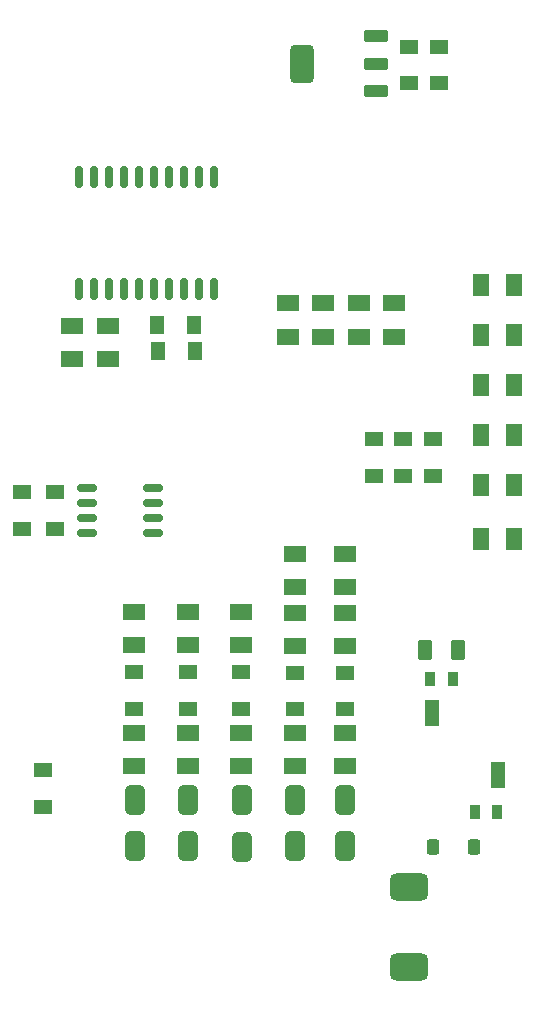
<source format=gbp>
G04*
G04 #@! TF.GenerationSoftware,Altium Limited,Altium Designer,23.0.1 (38)*
G04*
G04 Layer_Color=128*
%FSLAX44Y44*%
%MOMM*%
G71*
G04*
G04 #@! TF.SameCoordinates,056E7371-CA95-4066-80D9-C2616C4CE960*
G04*
G04*
G04 #@! TF.FilePolarity,Positive*
G04*
G01*
G75*
%ADD19R,1.9500X1.4000*%
%ADD20R,1.6000X1.2000*%
%ADD21R,1.2000X1.6000*%
%ADD22R,1.4000X1.9500*%
G04:AMPARAMS|DCode=26|XSize=1.7mm|YSize=2.5mm|CornerRadius=0.425mm|HoleSize=0mm|Usage=FLASHONLY|Rotation=0.000|XOffset=0mm|YOffset=0mm|HoleType=Round|Shape=RoundedRectangle|*
%AMROUNDEDRECTD26*
21,1,1.7000,1.6500,0,0,0.0*
21,1,0.8500,2.5000,0,0,0.0*
1,1,0.8500,0.4250,-0.8250*
1,1,0.8500,-0.4250,-0.8250*
1,1,0.8500,-0.4250,0.8250*
1,1,0.8500,0.4250,0.8250*
%
%ADD26ROUNDEDRECTD26*%
G04:AMPARAMS|DCode=61|XSize=3.3mm|YSize=2.3mm|CornerRadius=0.575mm|HoleSize=0mm|Usage=FLASHONLY|Rotation=0.000|XOffset=0mm|YOffset=0mm|HoleType=Round|Shape=RoundedRectangle|*
%AMROUNDEDRECTD61*
21,1,3.3000,1.1500,0,0,0.0*
21,1,2.1500,2.3000,0,0,0.0*
1,1,1.1500,1.0750,-0.5750*
1,1,1.1500,-1.0750,-0.5750*
1,1,1.1500,-1.0750,0.5750*
1,1,1.1500,1.0750,0.5750*
%
%ADD61ROUNDEDRECTD61*%
G04:AMPARAMS|DCode=62|XSize=0.6mm|YSize=1.9mm|CornerRadius=0.15mm|HoleSize=0mm|Usage=FLASHONLY|Rotation=180.000|XOffset=0mm|YOffset=0mm|HoleType=Round|Shape=RoundedRectangle|*
%AMROUNDEDRECTD62*
21,1,0.6000,1.6000,0,0,180.0*
21,1,0.3000,1.9000,0,0,180.0*
1,1,0.3000,-0.1500,0.8000*
1,1,0.3000,0.1500,0.8000*
1,1,0.3000,0.1500,-0.8000*
1,1,0.3000,-0.1500,-0.8000*
%
%ADD62ROUNDEDRECTD62*%
G04:AMPARAMS|DCode=63|XSize=1mm|YSize=2.1mm|CornerRadius=0.25mm|HoleSize=0mm|Usage=FLASHONLY|Rotation=90.000|XOffset=0mm|YOffset=0mm|HoleType=Round|Shape=RoundedRectangle|*
%AMROUNDEDRECTD63*
21,1,1.0000,1.6000,0,0,90.0*
21,1,0.5000,2.1000,0,0,90.0*
1,1,0.5000,0.8000,0.2500*
1,1,0.5000,0.8000,-0.2500*
1,1,0.5000,-0.8000,-0.2500*
1,1,0.5000,-0.8000,0.2500*
%
%ADD63ROUNDEDRECTD63*%
G04:AMPARAMS|DCode=64|XSize=3.3mm|YSize=2.1mm|CornerRadius=0.525mm|HoleSize=0mm|Usage=FLASHONLY|Rotation=90.000|XOffset=0mm|YOffset=0mm|HoleType=Round|Shape=RoundedRectangle|*
%AMROUNDEDRECTD64*
21,1,3.3000,1.0500,0,0,90.0*
21,1,2.2500,2.1000,0,0,90.0*
1,1,1.0500,0.5250,1.1250*
1,1,1.0500,0.5250,-1.1250*
1,1,1.0500,-0.5250,-1.1250*
1,1,1.0500,-0.5250,1.1250*
%
%ADD64ROUNDEDRECTD64*%
G04:AMPARAMS|DCode=65|XSize=0.65mm|YSize=1.7mm|CornerRadius=0.1625mm|HoleSize=0mm|Usage=FLASHONLY|Rotation=90.000|XOffset=0mm|YOffset=0mm|HoleType=Round|Shape=RoundedRectangle|*
%AMROUNDEDRECTD65*
21,1,0.6500,1.3750,0,0,90.0*
21,1,0.3250,1.7000,0,0,90.0*
1,1,0.3250,0.6875,0.1625*
1,1,0.3250,0.6875,-0.1625*
1,1,0.3250,-0.6875,-0.1625*
1,1,0.3250,-0.6875,0.1625*
%
%ADD65ROUNDEDRECTD65*%
%ADD66R,0.9000X1.3000*%
G04:AMPARAMS|DCode=67|XSize=1.3mm|YSize=1.1mm|CornerRadius=0.275mm|HoleSize=0mm|Usage=FLASHONLY|Rotation=90.000|XOffset=0mm|YOffset=0mm|HoleType=Round|Shape=RoundedRectangle|*
%AMROUNDEDRECTD67*
21,1,1.3000,0.5500,0,0,90.0*
21,1,0.7500,1.1000,0,0,90.0*
1,1,0.5500,0.2750,0.3750*
1,1,0.5500,0.2750,-0.3750*
1,1,0.5500,-0.2750,-0.3750*
1,1,0.5500,-0.2750,0.3750*
%
%ADD67ROUNDEDRECTD67*%
%ADD68R,1.3000X2.2000*%
G04:AMPARAMS|DCode=69|XSize=1.75mm|YSize=1.25mm|CornerRadius=0.3125mm|HoleSize=0mm|Usage=FLASHONLY|Rotation=270.000|XOffset=0mm|YOffset=0mm|HoleType=Round|Shape=RoundedRectangle|*
%AMROUNDEDRECTD69*
21,1,1.7500,0.6250,0,0,270.0*
21,1,1.1250,1.2500,0,0,270.0*
1,1,0.6250,-0.3125,-0.5625*
1,1,0.6250,-0.3125,0.5625*
1,1,0.6250,0.3125,0.5625*
1,1,0.6250,0.3125,-0.5625*
%
%ADD69ROUNDEDRECTD69*%
D19*
X192500Y356250D02*
D03*
Y384250D02*
D03*
X237500Y356000D02*
D03*
Y384000D02*
D03*
X147500Y254000D02*
D03*
Y282000D02*
D03*
X192500Y254000D02*
D03*
Y282000D02*
D03*
X237500Y253750D02*
D03*
Y281750D02*
D03*
X283250Y433750D02*
D03*
Y405750D02*
D03*
X325750Y433750D02*
D03*
Y405750D02*
D03*
X147500Y384250D02*
D03*
Y356250D02*
D03*
X283250Y282250D02*
D03*
Y254250D02*
D03*
X325750Y282250D02*
D03*
Y254250D02*
D03*
X283250Y383750D02*
D03*
Y355750D02*
D03*
X325750Y383750D02*
D03*
Y355750D02*
D03*
X125000Y626500D02*
D03*
Y598500D02*
D03*
X95000Y626500D02*
D03*
Y598500D02*
D03*
X307500Y617500D02*
D03*
Y645500D02*
D03*
X337500Y617500D02*
D03*
Y645500D02*
D03*
X367500Y617500D02*
D03*
Y645500D02*
D03*
X277500Y617500D02*
D03*
Y645500D02*
D03*
D20*
X192500Y302500D02*
D03*
Y333500D02*
D03*
X237500Y302250D02*
D03*
Y333250D02*
D03*
X283250Y332750D02*
D03*
Y301750D02*
D03*
X325750Y332750D02*
D03*
Y301750D02*
D03*
X380000Y832000D02*
D03*
Y863000D02*
D03*
X405000Y832000D02*
D03*
Y863000D02*
D03*
X52500Y454500D02*
D03*
Y485500D02*
D03*
X80000Y454500D02*
D03*
Y485500D02*
D03*
X350000Y530500D02*
D03*
Y499500D02*
D03*
X400000Y530500D02*
D03*
Y499500D02*
D03*
X147500Y302500D02*
D03*
Y333500D02*
D03*
X70000Y250500D02*
D03*
Y219500D02*
D03*
X375000Y499500D02*
D03*
Y530500D02*
D03*
D21*
X167000Y627500D02*
D03*
X198000D02*
D03*
X167500Y605000D02*
D03*
X198500D02*
D03*
D22*
X441000Y446403D02*
D03*
X469000D02*
D03*
X441000Y491403D02*
D03*
X469000D02*
D03*
X441000Y533903D02*
D03*
X469000D02*
D03*
X441000Y576403D02*
D03*
X469000D02*
D03*
X441000Y618903D02*
D03*
X469000D02*
D03*
X441000Y661403D02*
D03*
X469000D02*
D03*
D26*
X193250Y185750D02*
D03*
Y225250D02*
D03*
X238250Y185500D02*
D03*
Y225000D02*
D03*
X283250Y225250D02*
D03*
Y185750D02*
D03*
X148250D02*
D03*
Y225250D02*
D03*
X325750Y185750D02*
D03*
Y225250D02*
D03*
D61*
X380000Y83500D02*
D03*
Y151500D02*
D03*
D62*
X214650Y657500D02*
D03*
X201950D02*
D03*
X189250D02*
D03*
X176550D02*
D03*
X163850D02*
D03*
X151150D02*
D03*
X138450D02*
D03*
X125750D02*
D03*
X113050D02*
D03*
X100350D02*
D03*
X214650Y752500D02*
D03*
X201950D02*
D03*
X189250D02*
D03*
X176550D02*
D03*
X163850D02*
D03*
X151150D02*
D03*
X138450D02*
D03*
X125750D02*
D03*
X113050D02*
D03*
X100350D02*
D03*
D63*
X352400Y871580D02*
D03*
Y848580D02*
D03*
Y825580D02*
D03*
D64*
X289400Y848580D02*
D03*
D65*
X107000Y450950D02*
D03*
Y463650D02*
D03*
Y476350D02*
D03*
Y489050D02*
D03*
X163000Y450950D02*
D03*
Y463650D02*
D03*
Y476350D02*
D03*
Y489050D02*
D03*
D66*
X417000Y327500D02*
D03*
X398000D02*
D03*
X435500Y215000D02*
D03*
X454500D02*
D03*
D67*
X435000Y185000D02*
D03*
X400000D02*
D03*
D68*
X399183Y298933D02*
D03*
X455750Y246000D02*
D03*
D69*
X393250Y352500D02*
D03*
X421750D02*
D03*
M02*

</source>
